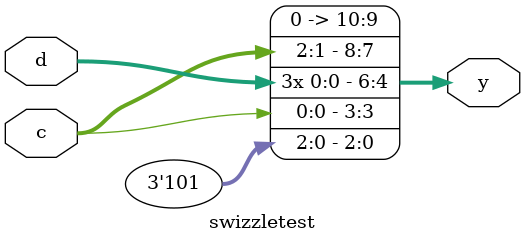
<source format=sv>

module swizzletest(input  logic [2:0]  c,
                   input  logic [2:0]  d,
                   output logic [10:0] y);

  assign y = {c[2:1], {3{d[0]}}, c[0], 3'b101};
endmodule

</source>
